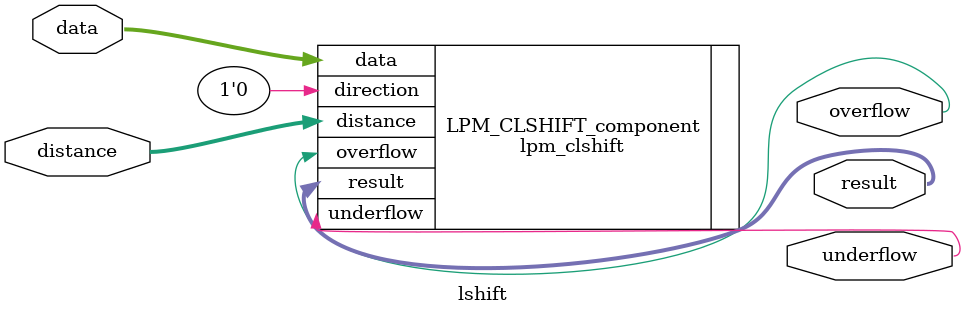
<source format=v>
module lshift (
  data,
  distance,
  overflow,
  result,
  underflow);
  input  wire [31:0] data;
  input  wire [4:0]  distance;
  output wire        overflow;
  output wire [31:0] result;
  output wire        underflow;
  lpm_clshift  LPM_CLSHIFT_component (
        .data (data),
        .direction (1'h0),
        .distance (distance),
        .overflow (overflow),
        .result (result),
        .underflow (underflow)
        // synopsys translate_off
        ,
        .aclr (),
        .clken (),
        .clock ()
        // synopsys translate_on
        );
  defparam
    LPM_CLSHIFT_component.lpm_shifttype = "LOGICAL",
    LPM_CLSHIFT_component.lpm_type = "LPM_CLSHIFT",
    LPM_CLSHIFT_component.lpm_width = 32,
    LPM_CLSHIFT_component.lpm_widthdist = 5;
endmodule
</source>
